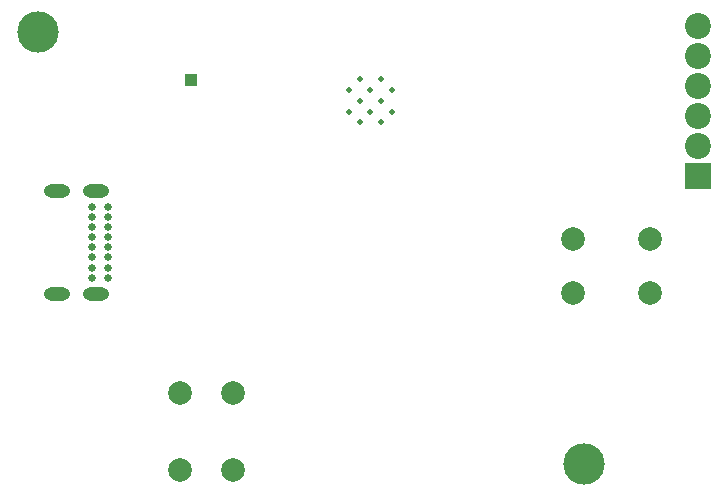
<source format=gbs>
G04 #@! TF.GenerationSoftware,KiCad,Pcbnew,7.0.8*
G04 #@! TF.CreationDate,2023-11-16T17:46:21+01:00*
G04 #@! TF.ProjectId,ESP32-aqs,45535033-322d-4617-9173-2e6b69636164,rev?*
G04 #@! TF.SameCoordinates,Original*
G04 #@! TF.FileFunction,Soldermask,Bot*
G04 #@! TF.FilePolarity,Negative*
%FSLAX46Y46*%
G04 Gerber Fmt 4.6, Leading zero omitted, Abs format (unit mm)*
G04 Created by KiCad (PCBNEW 7.0.8) date 2023-11-16 17:46:21*
%MOMM*%
%LPD*%
G01*
G04 APERTURE LIST*
%ADD10C,0.650000*%
%ADD11O,2.216000X1.108000*%
%ADD12C,3.500000*%
%ADD13C,2.000000*%
%ADD14C,0.504000*%
%ADD15R,1.000000X1.000000*%
%ADD16R,2.200000X2.200000*%
%ADD17C,2.200000*%
G04 APERTURE END LIST*
D10*
X133430000Y-83380000D03*
X133430000Y-84230000D03*
X133430000Y-85080000D03*
X133430000Y-85930000D03*
X133430000Y-86780000D03*
X133430000Y-87630000D03*
X133430000Y-88480000D03*
X133430000Y-89330000D03*
X132080000Y-89330000D03*
X132080000Y-88480000D03*
X132080000Y-87630000D03*
X132080000Y-86780000D03*
X132080000Y-85930000D03*
X132080000Y-85080000D03*
X132080000Y-84230000D03*
X132080000Y-83380000D03*
D11*
X132450000Y-82030000D03*
X132450000Y-90680000D03*
X129070000Y-90680000D03*
X129070000Y-82030000D03*
D12*
X173736000Y-105156000D03*
D13*
X139482000Y-105612000D03*
X139482000Y-99112000D03*
X143982000Y-105612000D03*
X143982000Y-99112000D03*
D14*
X154727500Y-72530000D03*
X156562500Y-72530000D03*
X153810000Y-73447500D03*
X155645000Y-73447500D03*
X157480000Y-73447500D03*
X154727500Y-74365000D03*
X156562500Y-74365000D03*
X153810000Y-75282500D03*
X155645000Y-75282500D03*
X157480000Y-75282500D03*
X154727500Y-76200000D03*
X156562500Y-76200000D03*
D12*
X127500000Y-68580000D03*
D15*
X140462000Y-72644000D03*
D16*
X183388000Y-80772000D03*
D17*
X183388000Y-78232000D03*
X183388000Y-75692000D03*
X183388000Y-73152000D03*
X183388000Y-70612000D03*
X183388000Y-68072000D03*
D13*
X172824000Y-86106000D03*
X179324000Y-86106000D03*
X172824000Y-90606000D03*
X179324000Y-90606000D03*
M02*

</source>
